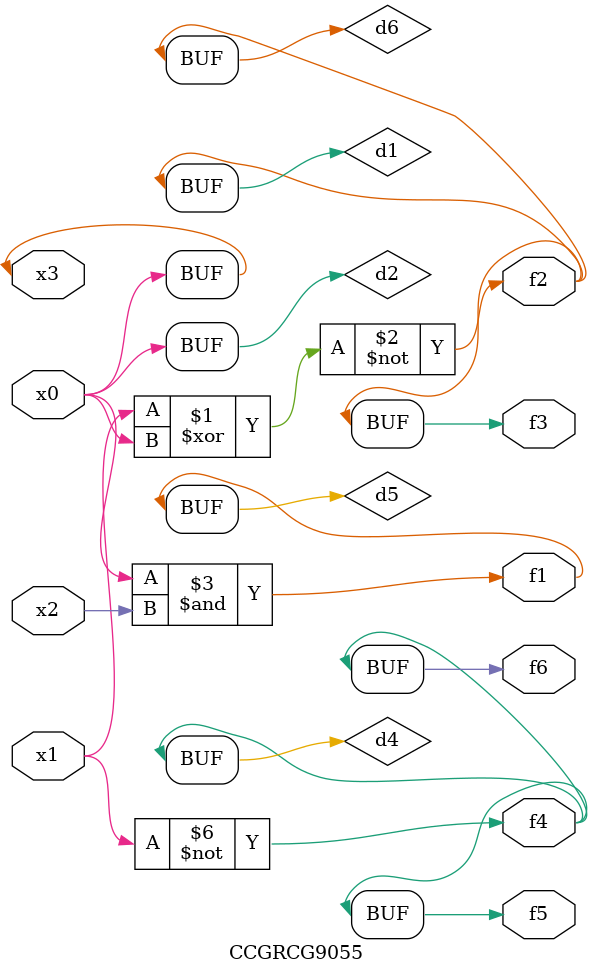
<source format=v>
module CCGRCG9055(
	input x0, x1, x2, x3,
	output f1, f2, f3, f4, f5, f6
);

	wire d1, d2, d3, d4, d5, d6;

	xnor (d1, x1, x3);
	buf (d2, x0, x3);
	nand (d3, x0, x2);
	not (d4, x1);
	nand (d5, d3);
	or (d6, d1);
	assign f1 = d5;
	assign f2 = d6;
	assign f3 = d6;
	assign f4 = d4;
	assign f5 = d4;
	assign f6 = d4;
endmodule

</source>
